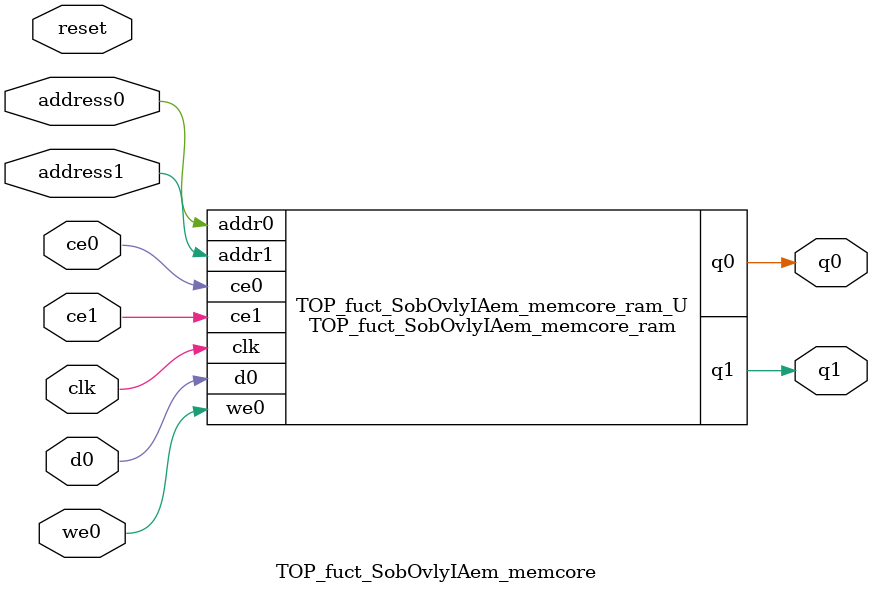
<source format=v>
`timescale 1 ns / 1 ps
module TOP_fuct_SobOvlyIAem_memcore_ram (addr0, ce0, d0, we0, q0, addr1, ce1, q1,  clk);

parameter DWIDTH = 1;
parameter AWIDTH = 1;
parameter MEM_SIZE = 2;

input[AWIDTH-1:0] addr0;
input ce0;
input[DWIDTH-1:0] d0;
input we0;
output reg[DWIDTH-1:0] q0;
input[AWIDTH-1:0] addr1;
input ce1;
output reg[DWIDTH-1:0] q1;
input clk;

(* ram_style = "distributed" *)reg [DWIDTH-1:0] ram[0:MEM_SIZE-1];




always @(posedge clk)  
begin 
    if (ce0) 
    begin
        if (we0) 
        begin 
            ram[addr0] <= d0; 
        end 
        q0 <= ram[addr0];
    end
end


always @(posedge clk)  
begin 
    if (ce1) 
    begin
        q1 <= ram[addr1];
    end
end


endmodule

`timescale 1 ns / 1 ps
module TOP_fuct_SobOvlyIAem_memcore(
    reset,
    clk,
    address0,
    ce0,
    we0,
    d0,
    q0,
    address1,
    ce1,
    q1);

parameter DataWidth = 32'd1;
parameter AddressRange = 32'd2;
parameter AddressWidth = 32'd1;
input reset;
input clk;
input[AddressWidth - 1:0] address0;
input ce0;
input we0;
input[DataWidth - 1:0] d0;
output[DataWidth - 1:0] q0;
input[AddressWidth - 1:0] address1;
input ce1;
output[DataWidth - 1:0] q1;



TOP_fuct_SobOvlyIAem_memcore_ram TOP_fuct_SobOvlyIAem_memcore_ram_U(
    .clk( clk ),
    .addr0( address0 ),
    .ce0( ce0 ),
    .we0( we0 ),
    .d0( d0 ),
    .q0( q0 ),
    .addr1( address1 ),
    .ce1( ce1 ),
    .q1( q1 ));

endmodule


</source>
